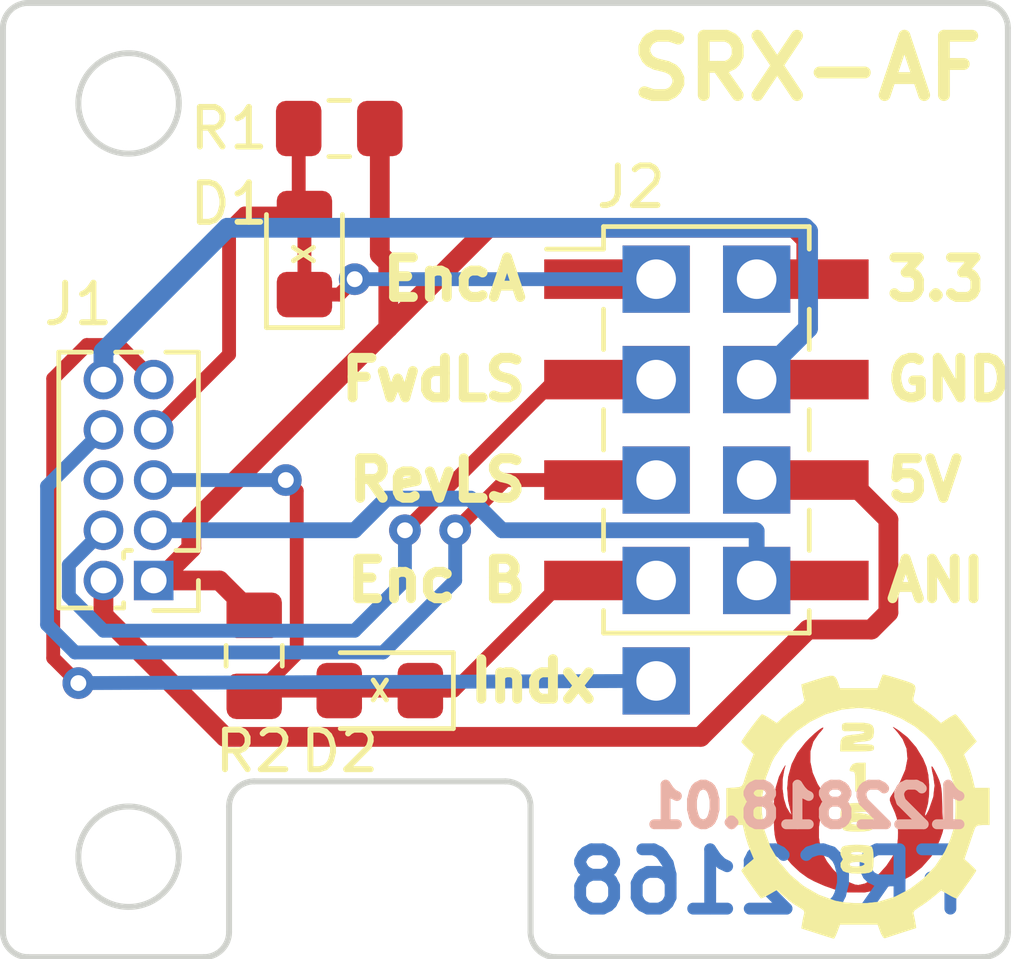
<source format=kicad_pcb>
(kicad_pcb (version 20171130) (host pcbnew "(5.0.2)-1")

  (general
    (thickness 1.6)
    (drawings 33)
    (tracks 92)
    (zones 0)
    (modules 19)
    (nets 11)
  )

  (page A4)
  (layers
    (0 F.Cu signal)
    (31 B.Cu signal)
    (32 B.Adhes user)
    (33 F.Adhes user)
    (34 B.Paste user)
    (35 F.Paste user)
    (36 B.SilkS user)
    (37 F.SilkS user)
    (38 B.Mask user)
    (39 F.Mask user)
    (40 Dwgs.User user)
    (41 Cmts.User user hide)
    (42 Eco1.User user)
    (43 Eco2.User user hide)
    (44 Edge.Cuts user)
    (45 Margin user)
    (46 B.CrtYd user)
    (47 F.CrtYd user)
    (48 B.Fab user)
    (49 F.Fab user hide)
  )

  (setup
    (last_trace_width 0.35)
    (trace_clearance 0.2)
    (zone_clearance 0.508)
    (zone_45_only no)
    (trace_min 0.2)
    (segment_width 0.2)
    (edge_width 0.15)
    (via_size 0.8)
    (via_drill 0.4)
    (via_min_size 0.4)
    (via_min_drill 0.3)
    (uvia_size 0.3)
    (uvia_drill 0.1)
    (uvias_allowed no)
    (uvia_min_size 0.2)
    (uvia_min_drill 0.1)
    (pcb_text_width 0.3)
    (pcb_text_size 1.5 1.5)
    (mod_edge_width 0.15)
    (mod_text_size 1 1)
    (mod_text_width 0.15)
    (pad_size 1.7 1.7)
    (pad_drill 1)
    (pad_to_mask_clearance 0.051)
    (solder_mask_min_width 0.25)
    (aux_axis_origin 0 0)
    (visible_elements 7FFFFFFF)
    (pcbplotparams
      (layerselection 0x010fc_ffffffff)
      (usegerberextensions false)
      (usegerberattributes false)
      (usegerberadvancedattributes false)
      (creategerberjobfile false)
      (excludeedgelayer true)
      (linewidth 0.100000)
      (plotframeref false)
      (viasonmask false)
      (mode 1)
      (useauxorigin false)
      (hpglpennumber 1)
      (hpglpenspeed 20)
      (hpglpendiameter 15.000000)
      (psnegative false)
      (psa4output false)
      (plotreference true)
      (plotvalue true)
      (plotinvisibletext false)
      (padsonsilk false)
      (subtractmaskfromsilk false)
      (outputformat 1)
      (mirror false)
      (drillshape 1)
      (scaleselection 1)
      (outputdirectory ""))
  )

  (net 0 "")
  (net 1 QuadratureA)
  (net 2 QuadratureB)
  (net 3 3.3V)
  (net 4 5V)
  (net 5 AnalogInput)
  (net 6 FwdLim)
  (net 7 "Net-(J1-Pad6)")
  (net 8 RevLim)
  (net 9 QuadIndex)
  (net 10 GND)

  (net_class Default "This is the default net class."
    (clearance 0.2)
    (trace_width 0.35)
    (via_dia 0.8)
    (via_drill 0.4)
    (uvia_dia 0.3)
    (uvia_drill 0.1)
    (add_net FwdLim)
    (add_net "Net-(J1-Pad6)")
    (add_net QuadIndex)
    (add_net QuadratureA)
    (add_net QuadratureB)
    (add_net RevLim)
  )

  (net_class POWER ""
    (clearance 0.2)
    (trace_width 0.5)
    (via_dia 0.8)
    (via_drill 0.4)
    (uvia_dia 0.3)
    (uvia_drill 0.1)
    (add_net 3.3V)
    (add_net 5V)
    (add_net AnalogInput)
    (add_net GND)
  )

  (module footprint_mods:PinSocket_1x01_P2.54mm_Vertical (layer B.Cu) (tedit 5C26F497) (tstamp 5C337AAC)
    (at 168.91 109.22)
    (descr "Through hole straight socket strip, 1x01, 2.54mm pitch, single row (from Kicad 4.0.7), script generated")
    (tags "Through hole socket strip THT 1x01 2.54mm single row")
    (path /5C26DE8B)
    (fp_text reference TP2 (at 0 2.77) (layer B.SilkS) hide
      (effects (font (size 1 1) (thickness 0.15)) (justify mirror))
    )
    (fp_text value TestPoint (at 0 -2.77) (layer B.Fab)
      (effects (font (size 1 1) (thickness 0.15)) (justify mirror))
    )
    (fp_line (start -1.27 1.27) (end 0.635 1.27) (layer B.Fab) (width 0.1))
    (fp_line (start 0.635 1.27) (end 1.27 0.635) (layer B.Fab) (width 0.1))
    (fp_line (start 1.27 0.635) (end 1.27 -1.27) (layer B.Fab) (width 0.1))
    (fp_line (start 1.27 -1.27) (end -1.27 -1.27) (layer B.Fab) (width 0.1))
    (fp_line (start -1.27 -1.27) (end -1.27 1.27) (layer B.Fab) (width 0.1))
    (fp_line (start -1.8 1.8) (end 1.75 1.8) (layer B.CrtYd) (width 0.05))
    (fp_line (start 1.75 1.8) (end 1.75 -1.75) (layer B.CrtYd) (width 0.05))
    (fp_line (start 1.75 -1.75) (end -1.8 -1.75) (layer B.CrtYd) (width 0.05))
    (fp_line (start -1.8 -1.75) (end -1.8 1.8) (layer B.CrtYd) (width 0.05))
    (fp_text user %R (at 0 0) (layer B.Fab)
      (effects (font (size 1 1) (thickness 0.15)) (justify mirror))
    )
    (pad 1 thru_hole rect (at 0 0) (size 1.7 1.7) (drill 1) (layers *.Cu *.Mask)
      (net 1 QuadratureA))
  )

  (module footprint_mods:PinSocket_1x01_P2.54mm_Vertical (layer B.Cu) (tedit 5C26F497) (tstamp 5C337A73)
    (at 168.91 116.84)
    (descr "Through hole straight socket strip, 1x01, 2.54mm pitch, single row (from Kicad 4.0.7), script generated")
    (tags "Through hole socket strip THT 1x01 2.54mm single row")
    (path /5C26D7E8)
    (fp_text reference TP3 (at 0 2.77) (layer B.SilkS) hide
      (effects (font (size 1 1) (thickness 0.15)) (justify mirror))
    )
    (fp_text value TestPoint (at 0 -2.77) (layer B.Fab)
      (effects (font (size 1 1) (thickness 0.15)) (justify mirror))
    )
    (fp_line (start -1.27 1.27) (end 0.635 1.27) (layer B.Fab) (width 0.1))
    (fp_line (start 0.635 1.27) (end 1.27 0.635) (layer B.Fab) (width 0.1))
    (fp_line (start 1.27 0.635) (end 1.27 -1.27) (layer B.Fab) (width 0.1))
    (fp_line (start 1.27 -1.27) (end -1.27 -1.27) (layer B.Fab) (width 0.1))
    (fp_line (start -1.27 -1.27) (end -1.27 1.27) (layer B.Fab) (width 0.1))
    (fp_line (start -1.8 1.8) (end 1.75 1.8) (layer B.CrtYd) (width 0.05))
    (fp_line (start 1.75 1.8) (end 1.75 -1.75) (layer B.CrtYd) (width 0.05))
    (fp_line (start 1.75 -1.75) (end -1.8 -1.75) (layer B.CrtYd) (width 0.05))
    (fp_line (start -1.8 -1.75) (end -1.8 1.8) (layer B.CrtYd) (width 0.05))
    (fp_text user %R (at 0 0) (layer B.Fab)
      (effects (font (size 1 1) (thickness 0.15)) (justify mirror))
    )
    (pad 1 thru_hole rect (at 0 0) (size 1.7 1.7) (drill 1) (layers *.Cu *.Mask)
      (net 2 QuadratureB))
  )

  (module footprint_mods:PinSocket_1x01_P2.54mm_Vertical (layer B.Cu) (tedit 5C26F497) (tstamp 5C337A3A)
    (at 171.45 109.22)
    (descr "Through hole straight socket strip, 1x01, 2.54mm pitch, single row (from Kicad 4.0.7), script generated")
    (tags "Through hole socket strip THT 1x01 2.54mm single row")
    (path /5C26E672)
    (fp_text reference TP4 (at 0 2.77) (layer B.SilkS) hide
      (effects (font (size 1 1) (thickness 0.15)) (justify mirror))
    )
    (fp_text value TestPoint (at 0 -2.77) (layer B.Fab)
      (effects (font (size 1 1) (thickness 0.15)) (justify mirror))
    )
    (fp_line (start -1.27 1.27) (end 0.635 1.27) (layer B.Fab) (width 0.1))
    (fp_line (start 0.635 1.27) (end 1.27 0.635) (layer B.Fab) (width 0.1))
    (fp_line (start 1.27 0.635) (end 1.27 -1.27) (layer B.Fab) (width 0.1))
    (fp_line (start 1.27 -1.27) (end -1.27 -1.27) (layer B.Fab) (width 0.1))
    (fp_line (start -1.27 -1.27) (end -1.27 1.27) (layer B.Fab) (width 0.1))
    (fp_line (start -1.8 1.8) (end 1.75 1.8) (layer B.CrtYd) (width 0.05))
    (fp_line (start 1.75 1.8) (end 1.75 -1.75) (layer B.CrtYd) (width 0.05))
    (fp_line (start 1.75 -1.75) (end -1.8 -1.75) (layer B.CrtYd) (width 0.05))
    (fp_line (start -1.8 -1.75) (end -1.8 1.8) (layer B.CrtYd) (width 0.05))
    (fp_text user %R (at 0 0) (layer B.Fab)
      (effects (font (size 1 1) (thickness 0.15)) (justify mirror))
    )
    (pad 1 thru_hole rect (at 0 0) (size 1.7 1.7) (drill 1) (layers *.Cu *.Mask)
      (net 3 3.3V))
  )

  (module footprint_mods:PinSocket_1x01_P2.54mm_Vertical (layer B.Cu) (tedit 5C26F497) (tstamp 5C337AE5)
    (at 171.45 111.76)
    (descr "Through hole straight socket strip, 1x01, 2.54mm pitch, single row (from Kicad 4.0.7), script generated")
    (tags "Through hole socket strip THT 1x01 2.54mm single row")
    (path /5C26EF20)
    (fp_text reference TP5 (at 0 2.77) (layer B.SilkS) hide
      (effects (font (size 1 1) (thickness 0.15)) (justify mirror))
    )
    (fp_text value TestPoint (at 0 -2.77) (layer B.Fab)
      (effects (font (size 1 1) (thickness 0.15)) (justify mirror))
    )
    (fp_line (start -1.27 1.27) (end 0.635 1.27) (layer B.Fab) (width 0.1))
    (fp_line (start 0.635 1.27) (end 1.27 0.635) (layer B.Fab) (width 0.1))
    (fp_line (start 1.27 0.635) (end 1.27 -1.27) (layer B.Fab) (width 0.1))
    (fp_line (start 1.27 -1.27) (end -1.27 -1.27) (layer B.Fab) (width 0.1))
    (fp_line (start -1.27 -1.27) (end -1.27 1.27) (layer B.Fab) (width 0.1))
    (fp_line (start -1.8 1.8) (end 1.75 1.8) (layer B.CrtYd) (width 0.05))
    (fp_line (start 1.75 1.8) (end 1.75 -1.75) (layer B.CrtYd) (width 0.05))
    (fp_line (start 1.75 -1.75) (end -1.8 -1.75) (layer B.CrtYd) (width 0.05))
    (fp_line (start -1.8 -1.75) (end -1.8 1.8) (layer B.CrtYd) (width 0.05))
    (fp_text user %R (at 0 0) (layer B.Fab)
      (effects (font (size 1 1) (thickness 0.15)) (justify mirror))
    )
    (pad 1 thru_hole rect (at 0 0) (size 1.7 1.7) (drill 1) (layers *.Cu *.Mask)
      (net 10 GND))
  )

  (module footprint_mods:PinSocket_1x01_P2.54mm_Vertical (layer B.Cu) (tedit 5C26F497) (tstamp 5C337BC9)
    (at 168.91 111.76)
    (descr "Through hole straight socket strip, 1x01, 2.54mm pitch, single row (from Kicad 4.0.7), script generated")
    (tags "Through hole socket strip THT 1x01 2.54mm single row")
    (path /5C26EF94)
    (fp_text reference TP6 (at 0 2.77) (layer B.SilkS) hide
      (effects (font (size 1 1) (thickness 0.15)) (justify mirror))
    )
    (fp_text value TestPoint (at 0 -2.77) (layer B.Fab)
      (effects (font (size 1 1) (thickness 0.15)) (justify mirror))
    )
    (fp_line (start -1.27 1.27) (end 0.635 1.27) (layer B.Fab) (width 0.1))
    (fp_line (start 0.635 1.27) (end 1.27 0.635) (layer B.Fab) (width 0.1))
    (fp_line (start 1.27 0.635) (end 1.27 -1.27) (layer B.Fab) (width 0.1))
    (fp_line (start 1.27 -1.27) (end -1.27 -1.27) (layer B.Fab) (width 0.1))
    (fp_line (start -1.27 -1.27) (end -1.27 1.27) (layer B.Fab) (width 0.1))
    (fp_line (start -1.8 1.8) (end 1.75 1.8) (layer B.CrtYd) (width 0.05))
    (fp_line (start 1.75 1.8) (end 1.75 -1.75) (layer B.CrtYd) (width 0.05))
    (fp_line (start 1.75 -1.75) (end -1.8 -1.75) (layer B.CrtYd) (width 0.05))
    (fp_line (start -1.8 -1.75) (end -1.8 1.8) (layer B.CrtYd) (width 0.05))
    (fp_text user %R (at 0 0) (layer B.Fab)
      (effects (font (size 1 1) (thickness 0.15)) (justify mirror))
    )
    (pad 1 thru_hole rect (at 0 0) (size 1.7 1.7) (drill 1) (layers *.Cu *.Mask)
      (net 6 FwdLim))
  )

  (module footprint_mods:PinSocket_1x01_P2.54mm_Vertical (layer B.Cu) (tedit 5C26F497) (tstamp 5C337B90)
    (at 168.91 114.3)
    (descr "Through hole straight socket strip, 1x01, 2.54mm pitch, single row (from Kicad 4.0.7), script generated")
    (tags "Through hole socket strip THT 1x01 2.54mm single row")
    (path /5C26EFBE)
    (fp_text reference TP7 (at 0 2.77) (layer B.SilkS) hide
      (effects (font (size 1 1) (thickness 0.15)) (justify mirror))
    )
    (fp_text value TestPoint (at 0 -2.77) (layer B.Fab)
      (effects (font (size 1 1) (thickness 0.15)) (justify mirror))
    )
    (fp_line (start -1.27 1.27) (end 0.635 1.27) (layer B.Fab) (width 0.1))
    (fp_line (start 0.635 1.27) (end 1.27 0.635) (layer B.Fab) (width 0.1))
    (fp_line (start 1.27 0.635) (end 1.27 -1.27) (layer B.Fab) (width 0.1))
    (fp_line (start 1.27 -1.27) (end -1.27 -1.27) (layer B.Fab) (width 0.1))
    (fp_line (start -1.27 -1.27) (end -1.27 1.27) (layer B.Fab) (width 0.1))
    (fp_line (start -1.8 1.8) (end 1.75 1.8) (layer B.CrtYd) (width 0.05))
    (fp_line (start 1.75 1.8) (end 1.75 -1.75) (layer B.CrtYd) (width 0.05))
    (fp_line (start 1.75 -1.75) (end -1.8 -1.75) (layer B.CrtYd) (width 0.05))
    (fp_line (start -1.8 -1.75) (end -1.8 1.8) (layer B.CrtYd) (width 0.05))
    (fp_text user %R (at 0 0) (layer B.Fab)
      (effects (font (size 1 1) (thickness 0.15)) (justify mirror))
    )
    (pad 1 thru_hole rect (at 0 0) (size 1.7 1.7) (drill 1) (layers *.Cu *.Mask)
      (net 8 RevLim))
  )

  (module footprint_mods:PinSocket_1x01_P2.54mm_Vertical (layer B.Cu) (tedit 5C26F497) (tstamp 5C337B57)
    (at 171.45 114.3)
    (descr "Through hole straight socket strip, 1x01, 2.54mm pitch, single row (from Kicad 4.0.7), script generated")
    (tags "Through hole socket strip THT 1x01 2.54mm single row")
    (path /5C26EFEA)
    (fp_text reference TP8 (at 0 2.77) (layer B.SilkS) hide
      (effects (font (size 1 1) (thickness 0.15)) (justify mirror))
    )
    (fp_text value TestPoint (at 0 -2.77) (layer B.Fab)
      (effects (font (size 1 1) (thickness 0.15)) (justify mirror))
    )
    (fp_line (start -1.27 1.27) (end 0.635 1.27) (layer B.Fab) (width 0.1))
    (fp_line (start 0.635 1.27) (end 1.27 0.635) (layer B.Fab) (width 0.1))
    (fp_line (start 1.27 0.635) (end 1.27 -1.27) (layer B.Fab) (width 0.1))
    (fp_line (start 1.27 -1.27) (end -1.27 -1.27) (layer B.Fab) (width 0.1))
    (fp_line (start -1.27 -1.27) (end -1.27 1.27) (layer B.Fab) (width 0.1))
    (fp_line (start -1.8 1.8) (end 1.75 1.8) (layer B.CrtYd) (width 0.05))
    (fp_line (start 1.75 1.8) (end 1.75 -1.75) (layer B.CrtYd) (width 0.05))
    (fp_line (start 1.75 -1.75) (end -1.8 -1.75) (layer B.CrtYd) (width 0.05))
    (fp_line (start -1.8 -1.75) (end -1.8 1.8) (layer B.CrtYd) (width 0.05))
    (fp_text user %R (at 0 0) (layer B.Fab)
      (effects (font (size 1 1) (thickness 0.15)) (justify mirror))
    )
    (pad 1 thru_hole rect (at 0 0) (size 1.7 1.7) (drill 1) (layers *.Cu *.Mask)
      (net 4 5V))
  )

  (module footprint_mods:PinSocket_1x01_P2.54mm_Vertical (layer B.Cu) (tedit 5C26F497) (tstamp 5C337B1E)
    (at 171.45 116.84)
    (descr "Through hole straight socket strip, 1x01, 2.54mm pitch, single row (from Kicad 4.0.7), script generated")
    (tags "Through hole socket strip THT 1x01 2.54mm single row")
    (path /5C26F01C)
    (fp_text reference TP9 (at 0 2.77) (layer B.SilkS) hide
      (effects (font (size 1 1) (thickness 0.15)) (justify mirror))
    )
    (fp_text value TestPoint (at 0 -2.77) (layer B.Fab)
      (effects (font (size 1 1) (thickness 0.15)) (justify mirror))
    )
    (fp_line (start -1.27 1.27) (end 0.635 1.27) (layer B.Fab) (width 0.1))
    (fp_line (start 0.635 1.27) (end 1.27 0.635) (layer B.Fab) (width 0.1))
    (fp_line (start 1.27 0.635) (end 1.27 -1.27) (layer B.Fab) (width 0.1))
    (fp_line (start 1.27 -1.27) (end -1.27 -1.27) (layer B.Fab) (width 0.1))
    (fp_line (start -1.27 -1.27) (end -1.27 1.27) (layer B.Fab) (width 0.1))
    (fp_line (start -1.8 1.8) (end 1.75 1.8) (layer B.CrtYd) (width 0.05))
    (fp_line (start 1.75 1.8) (end 1.75 -1.75) (layer B.CrtYd) (width 0.05))
    (fp_line (start 1.75 -1.75) (end -1.8 -1.75) (layer B.CrtYd) (width 0.05))
    (fp_line (start -1.8 -1.75) (end -1.8 1.8) (layer B.CrtYd) (width 0.05))
    (fp_text user %R (at 0 0) (layer B.Fab)
      (effects (font (size 1 1) (thickness 0.15)) (justify mirror))
    )
    (pad 1 thru_hole rect (at 0 0) (size 1.7 1.7) (drill 1) (layers *.Cu *.Mask)
      (net 5 AnalogInput))
  )

  (module footprint_mods:PinSocket_1x01_P2.54mm_Vertical (layer F.Cu) (tedit 5C26F497) (tstamp 5C338395)
    (at 168.91 119.38)
    (descr "Through hole straight socket strip, 1x01, 2.54mm pitch, single row (from Kicad 4.0.7), script generated")
    (tags "Through hole socket strip THT 1x01 2.54mm single row")
    (path /5C26A68E)
    (fp_text reference TP1 (at 0 -2.77) (layer F.SilkS) hide
      (effects (font (size 1 1) (thickness 0.15)))
    )
    (fp_text value TestPoint (at 0 2.77) (layer F.Fab)
      (effects (font (size 1 1) (thickness 0.15)))
    )
    (fp_line (start -1.27 -1.27) (end 0.635 -1.27) (layer F.Fab) (width 0.1))
    (fp_line (start 0.635 -1.27) (end 1.27 -0.635) (layer F.Fab) (width 0.1))
    (fp_line (start 1.27 -0.635) (end 1.27 1.27) (layer F.Fab) (width 0.1))
    (fp_line (start 1.27 1.27) (end -1.27 1.27) (layer F.Fab) (width 0.1))
    (fp_line (start -1.27 1.27) (end -1.27 -1.27) (layer F.Fab) (width 0.1))
    (fp_line (start -1.8 -1.8) (end 1.75 -1.8) (layer F.CrtYd) (width 0.05))
    (fp_line (start 1.75 -1.8) (end 1.75 1.75) (layer F.CrtYd) (width 0.05))
    (fp_line (start 1.75 1.75) (end -1.8 1.75) (layer F.CrtYd) (width 0.05))
    (fp_line (start -1.8 1.75) (end -1.8 -1.8) (layer F.CrtYd) (width 0.05))
    (fp_text user %R (at 0 0) (layer F.Fab)
      (effects (font (size 1 1) (thickness 0.15)))
    )
    (pad 1 thru_hole rect (at 0 0) (size 1.7 1.7) (drill 1) (layers *.Cu *.Mask)
      (net 9 QuadIndex))
  )

  (module Diode_SMD:D_0805_2012Metric_Pad1.15x1.40mm_HandSolder (layer F.Cu) (tedit 5C26CCB8) (tstamp 5C338C0B)
    (at 160.02 108.585 90)
    (descr "Diode SMD 0805 (2012 Metric), square (rectangular) end terminal, IPC_7351 nominal, (Body size source: https://docs.google.com/spreadsheets/d/1BsfQQcO9C6DZCsRaXUlFlo91Tg2WpOkGARC1WS5S8t0/edit?usp=sharing), generated with kicad-footprint-generator")
    (tags "diode handsolder")
    (path /5C26BD48)
    (attr smd)
    (fp_text reference D1 (at 1.27 -1.905 180) (layer F.SilkS)
      (effects (font (size 1 1) (thickness 0.15)))
    )
    (fp_text value D_Schottky (at 0 1.65 90) (layer F.Fab)
      (effects (font (size 1 1) (thickness 0.15)))
    )
    (fp_text user %R (at 0 0 90) (layer F.Fab)
      (effects (font (size 0.5 0.5) (thickness 0.08)))
    )
    (fp_line (start 1.85 0.95) (end -1.85 0.95) (layer F.CrtYd) (width 0.05))
    (fp_line (start 1.85 -0.95) (end 1.85 0.95) (layer F.CrtYd) (width 0.05))
    (fp_line (start -1.85 -0.95) (end 1.85 -0.95) (layer F.CrtYd) (width 0.05))
    (fp_line (start -1.85 0.95) (end -1.85 -0.95) (layer F.CrtYd) (width 0.05))
    (fp_line (start -1.86 0.96) (end 1 0.96) (layer F.SilkS) (width 0.12))
    (fp_line (start -1.86 -0.96) (end -1.86 0.96) (layer F.SilkS) (width 0.12))
    (fp_line (start 1 -0.96) (end -1.86 -0.96) (layer F.SilkS) (width 0.12))
    (fp_line (start 1 0.6) (end 1 -0.6) (layer F.Fab) (width 0.1))
    (fp_line (start -1 0.6) (end 1 0.6) (layer F.Fab) (width 0.1))
    (fp_line (start -1 -0.3) (end -1 0.6) (layer F.Fab) (width 0.1))
    (fp_line (start -0.7 -0.6) (end -1 -0.3) (layer F.Fab) (width 0.1))
    (fp_line (start 1 -0.6) (end -0.7 -0.6) (layer F.Fab) (width 0.1))
    (pad 2 smd roundrect (at 1.025 0 90) (size 1.15 1.4) (layers F.Cu F.Paste F.Mask) (roundrect_rratio 0.217391)
      (net 1 QuadratureA))
    (pad 1 smd roundrect (at -1.025 0 90) (size 1.15 1.4) (layers F.Cu F.Paste F.Mask) (roundrect_rratio 0.217391)
      (net 1 QuadratureA))
    (model ${KISYS3DMOD}/Diode_SMD.3dshapes/D_0805_2012Metric.wrl
      (at (xyz 0 0 0))
      (scale (xyz 1 1 1))
      (rotate (xyz 0 0 0))
    )
  )

  (module Diode_SMD:D_0805_2012Metric_Pad1.15x1.40mm_HandSolder (layer F.Cu) (tedit 5B4B45C8) (tstamp 5C335A70)
    (at 161.925 119.625 180)
    (descr "Diode SMD 0805 (2012 Metric), square (rectangular) end terminal, IPC_7351 nominal, (Body size source: https://docs.google.com/spreadsheets/d/1BsfQQcO9C6DZCsRaXUlFlo91Tg2WpOkGARC1WS5S8t0/edit?usp=sharing), generated with kicad-footprint-generator")
    (tags "diode handsolder")
    (path /5C26BCC8)
    (attr smd)
    (fp_text reference D2 (at 1.016 -1.533) (layer F.SilkS)
      (effects (font (size 1 1) (thickness 0.15)))
    )
    (fp_text value D_Schottky (at 0 1.65 180) (layer F.Fab)
      (effects (font (size 1 1) (thickness 0.15)))
    )
    (fp_line (start 1 -0.6) (end -0.7 -0.6) (layer F.Fab) (width 0.1))
    (fp_line (start -0.7 -0.6) (end -1 -0.3) (layer F.Fab) (width 0.1))
    (fp_line (start -1 -0.3) (end -1 0.6) (layer F.Fab) (width 0.1))
    (fp_line (start -1 0.6) (end 1 0.6) (layer F.Fab) (width 0.1))
    (fp_line (start 1 0.6) (end 1 -0.6) (layer F.Fab) (width 0.1))
    (fp_line (start 1 -0.96) (end -1.86 -0.96) (layer F.SilkS) (width 0.12))
    (fp_line (start -1.86 -0.96) (end -1.86 0.96) (layer F.SilkS) (width 0.12))
    (fp_line (start -1.86 0.96) (end 1 0.96) (layer F.SilkS) (width 0.12))
    (fp_line (start -1.85 0.95) (end -1.85 -0.95) (layer F.CrtYd) (width 0.05))
    (fp_line (start -1.85 -0.95) (end 1.85 -0.95) (layer F.CrtYd) (width 0.05))
    (fp_line (start 1.85 -0.95) (end 1.85 0.95) (layer F.CrtYd) (width 0.05))
    (fp_line (start 1.85 0.95) (end -1.85 0.95) (layer F.CrtYd) (width 0.05))
    (fp_text user %R (at 0 0 180) (layer F.Fab)
      (effects (font (size 0.5 0.5) (thickness 0.08)))
    )
    (pad 1 smd roundrect (at -1.025 0 180) (size 1.15 1.4) (layers F.Cu F.Paste F.Mask) (roundrect_rratio 0.217391)
      (net 2 QuadratureB))
    (pad 2 smd roundrect (at 1.025 0 180) (size 1.15 1.4) (layers F.Cu F.Paste F.Mask) (roundrect_rratio 0.217391)
      (net 2 QuadratureB))
    (model ${KISYS3DMOD}/Diode_SMD.3dshapes/D_0805_2012Metric.wrl
      (at (xyz 0 0 0))
      (scale (xyz 1 1 1))
      (rotate (xyz 0 0 0))
    )
  )

  (module Connector_PinHeader_1.27mm:PinHeader_2x05_P1.27mm_Vertical (layer F.Cu) (tedit 5C26C89B) (tstamp 5C33A723)
    (at 156.21 116.84 180)
    (descr "Through hole straight pin header, 2x05, 1.27mm pitch, double rows")
    (tags "Through hole pin header THT 2x05 1.27mm double row")
    (path /5C26921B)
    (fp_text reference J1 (at 1.905 6.985 180) (layer F.SilkS)
      (effects (font (size 1 1) (thickness 0.15)))
    )
    (fp_text value Conn_02x05_Odd_Even (at 0.635 6.775 180) (layer F.Fab)
      (effects (font (size 1 1) (thickness 0.15)))
    )
    (fp_line (start -0.2175 -0.635) (end 2.34 -0.635) (layer F.Fab) (width 0.1))
    (fp_line (start 2.34 -0.635) (end 2.34 5.715) (layer F.Fab) (width 0.1))
    (fp_line (start 2.34 5.715) (end -1.07 5.715) (layer F.Fab) (width 0.1))
    (fp_line (start -1.07 5.715) (end -1.07 0.2175) (layer F.Fab) (width 0.1))
    (fp_line (start -1.07 0.2175) (end -0.2175 -0.635) (layer F.Fab) (width 0.1))
    (fp_line (start -1.13 5.775) (end -0.30753 5.775) (layer F.SilkS) (width 0.12))
    (fp_line (start 1.57753 5.775) (end 2.4 5.775) (layer F.SilkS) (width 0.12))
    (fp_line (start 0.30753 5.775) (end 0.96247 5.775) (layer F.SilkS) (width 0.12))
    (fp_line (start -1.13 0.76) (end -1.13 5.775) (layer F.SilkS) (width 0.12))
    (fp_line (start 2.4 -0.695) (end 2.4 5.775) (layer F.SilkS) (width 0.12))
    (fp_line (start -1.13 0.76) (end -0.563471 0.76) (layer F.SilkS) (width 0.12))
    (fp_line (start 0.563471 0.76) (end 0.706529 0.76) (layer F.SilkS) (width 0.12))
    (fp_line (start 0.76 0.706529) (end 0.76 0.563471) (layer F.SilkS) (width 0.12))
    (fp_line (start 0.76 -0.563471) (end 0.76 -0.695) (layer F.SilkS) (width 0.12))
    (fp_line (start 0.76 -0.695) (end 0.96247 -0.695) (layer F.SilkS) (width 0.12))
    (fp_line (start 1.57753 -0.695) (end 2.4 -0.695) (layer F.SilkS) (width 0.12))
    (fp_line (start -1.13 0) (end -1.13 -0.76) (layer F.SilkS) (width 0.12))
    (fp_line (start -1.13 -0.76) (end 0 -0.76) (layer F.SilkS) (width 0.12))
    (fp_line (start -1.6 -1.15) (end -1.6 6.25) (layer F.CrtYd) (width 0.05))
    (fp_line (start -1.6 6.25) (end 2.85 6.25) (layer F.CrtYd) (width 0.05))
    (fp_line (start 2.85 6.25) (end 2.85 -1.15) (layer F.CrtYd) (width 0.05))
    (fp_line (start 2.85 -1.15) (end -1.6 -1.15) (layer F.CrtYd) (width 0.05))
    (fp_text user %R (at 0.635 2.54 270) (layer F.Fab)
      (effects (font (size 1 1) (thickness 0.15)))
    )
    (pad 1 thru_hole rect (at 0 0 180) (size 1 1) (drill 0.65) (layers *.Cu *.Mask)
      (net 3 3.3V))
    (pad 2 thru_hole oval (at 1.27 0 180) (size 1 1) (drill 0.65) (layers *.Cu *.Mask)
      (net 4 5V))
    (pad 3 thru_hole oval (at 0 1.27 180) (size 1 1) (drill 0.65) (layers *.Cu *.Mask)
      (net 5 AnalogInput))
    (pad 4 thru_hole oval (at 1.27 1.27 180) (size 1 1) (drill 0.65) (layers *.Cu *.Mask)
      (net 6 FwdLim))
    (pad 5 thru_hole oval (at 0 2.54 180) (size 1 1) (drill 0.65) (layers *.Cu *.Mask)
      (net 2 QuadratureB))
    (pad 6 thru_hole oval (at 1.27 2.54 180) (size 1 1) (drill 0.65) (layers *.Cu *.Mask)
      (net 7 "Net-(J1-Pad6)"))
    (pad 7 thru_hole oval (at 0 3.81 180) (size 1 1) (drill 0.65) (layers *.Cu *.Mask)
      (net 1 QuadratureA))
    (pad 8 thru_hole oval (at 1.27 3.81 180) (size 1 1) (drill 0.65) (layers *.Cu *.Mask)
      (net 8 RevLim))
    (pad 9 thru_hole oval (at 0 5.08 180) (size 1 1) (drill 0.65) (layers *.Cu *.Mask)
      (net 9 QuadIndex))
    (pad 10 thru_hole oval (at 1.27 5.08 180) (size 1 1) (drill 0.65) (layers *.Cu *.Mask)
      (net 10 GND))
    (model ${KISYS3DMOD}/Connector_PinHeader_1.27mm.3dshapes/PinHeader_2x05_P1.27mm_Vertical.wrl
      (at (xyz 0 0 0))
      (scale (xyz 1 1 1))
      (rotate (xyz 0 0 0))
    )
  )

  (module Connector_PinHeader_2.54mm:PinHeader_2x04_P2.54mm_Vertical_SMD (layer F.Cu) (tedit 59FED5CC) (tstamp 5C3379B3)
    (at 170.18 113.03)
    (descr "surface-mounted straight pin header, 2x04, 2.54mm pitch, double rows")
    (tags "Surface mounted pin header SMD 2x04 2.54mm double row")
    (path /5C269925)
    (attr smd)
    (fp_text reference J2 (at -1.905 -6.14) (layer F.SilkS)
      (effects (font (size 1 1) (thickness 0.15)))
    )
    (fp_text value Conn_02x04_Odd_Even (at 0 6.14) (layer F.Fab)
      (effects (font (size 1 1) (thickness 0.15)))
    )
    (fp_line (start 2.54 5.08) (end -2.54 5.08) (layer F.Fab) (width 0.1))
    (fp_line (start -1.59 -5.08) (end 2.54 -5.08) (layer F.Fab) (width 0.1))
    (fp_line (start -2.54 5.08) (end -2.54 -4.13) (layer F.Fab) (width 0.1))
    (fp_line (start -2.54 -4.13) (end -1.59 -5.08) (layer F.Fab) (width 0.1))
    (fp_line (start 2.54 -5.08) (end 2.54 5.08) (layer F.Fab) (width 0.1))
    (fp_line (start -2.54 -4.13) (end -3.6 -4.13) (layer F.Fab) (width 0.1))
    (fp_line (start -3.6 -4.13) (end -3.6 -3.49) (layer F.Fab) (width 0.1))
    (fp_line (start -3.6 -3.49) (end -2.54 -3.49) (layer F.Fab) (width 0.1))
    (fp_line (start 2.54 -4.13) (end 3.6 -4.13) (layer F.Fab) (width 0.1))
    (fp_line (start 3.6 -4.13) (end 3.6 -3.49) (layer F.Fab) (width 0.1))
    (fp_line (start 3.6 -3.49) (end 2.54 -3.49) (layer F.Fab) (width 0.1))
    (fp_line (start -2.54 -1.59) (end -3.6 -1.59) (layer F.Fab) (width 0.1))
    (fp_line (start -3.6 -1.59) (end -3.6 -0.95) (layer F.Fab) (width 0.1))
    (fp_line (start -3.6 -0.95) (end -2.54 -0.95) (layer F.Fab) (width 0.1))
    (fp_line (start 2.54 -1.59) (end 3.6 -1.59) (layer F.Fab) (width 0.1))
    (fp_line (start 3.6 -1.59) (end 3.6 -0.95) (layer F.Fab) (width 0.1))
    (fp_line (start 3.6 -0.95) (end 2.54 -0.95) (layer F.Fab) (width 0.1))
    (fp_line (start -2.54 0.95) (end -3.6 0.95) (layer F.Fab) (width 0.1))
    (fp_line (start -3.6 0.95) (end -3.6 1.59) (layer F.Fab) (width 0.1))
    (fp_line (start -3.6 1.59) (end -2.54 1.59) (layer F.Fab) (width 0.1))
    (fp_line (start 2.54 0.95) (end 3.6 0.95) (layer F.Fab) (width 0.1))
    (fp_line (start 3.6 0.95) (end 3.6 1.59) (layer F.Fab) (width 0.1))
    (fp_line (start 3.6 1.59) (end 2.54 1.59) (layer F.Fab) (width 0.1))
    (fp_line (start -2.54 3.49) (end -3.6 3.49) (layer F.Fab) (width 0.1))
    (fp_line (start -3.6 3.49) (end -3.6 4.13) (layer F.Fab) (width 0.1))
    (fp_line (start -3.6 4.13) (end -2.54 4.13) (layer F.Fab) (width 0.1))
    (fp_line (start 2.54 3.49) (end 3.6 3.49) (layer F.Fab) (width 0.1))
    (fp_line (start 3.6 3.49) (end 3.6 4.13) (layer F.Fab) (width 0.1))
    (fp_line (start 3.6 4.13) (end 2.54 4.13) (layer F.Fab) (width 0.1))
    (fp_line (start -2.6 -5.14) (end 2.6 -5.14) (layer F.SilkS) (width 0.12))
    (fp_line (start -2.6 5.14) (end 2.6 5.14) (layer F.SilkS) (width 0.12))
    (fp_line (start -4.04 -4.57) (end -2.6 -4.57) (layer F.SilkS) (width 0.12))
    (fp_line (start -2.6 -5.14) (end -2.6 -4.57) (layer F.SilkS) (width 0.12))
    (fp_line (start 2.6 -5.14) (end 2.6 -4.57) (layer F.SilkS) (width 0.12))
    (fp_line (start -2.6 4.57) (end -2.6 5.14) (layer F.SilkS) (width 0.12))
    (fp_line (start 2.6 4.57) (end 2.6 5.14) (layer F.SilkS) (width 0.12))
    (fp_line (start -2.6 -3.05) (end -2.6 -2.03) (layer F.SilkS) (width 0.12))
    (fp_line (start 2.6 -3.05) (end 2.6 -2.03) (layer F.SilkS) (width 0.12))
    (fp_line (start -2.6 -0.51) (end -2.6 0.51) (layer F.SilkS) (width 0.12))
    (fp_line (start 2.6 -0.51) (end 2.6 0.51) (layer F.SilkS) (width 0.12))
    (fp_line (start -2.6 2.03) (end -2.6 3.05) (layer F.SilkS) (width 0.12))
    (fp_line (start 2.6 2.03) (end 2.6 3.05) (layer F.SilkS) (width 0.12))
    (fp_line (start -5.9 -5.6) (end -5.9 5.6) (layer F.CrtYd) (width 0.05))
    (fp_line (start -5.9 5.6) (end 5.9 5.6) (layer F.CrtYd) (width 0.05))
    (fp_line (start 5.9 5.6) (end 5.9 -5.6) (layer F.CrtYd) (width 0.05))
    (fp_line (start 5.9 -5.6) (end -5.9 -5.6) (layer F.CrtYd) (width 0.05))
    (fp_text user %R (at 0 0 90) (layer F.Fab)
      (effects (font (size 1 1) (thickness 0.15)))
    )
    (pad 1 smd rect (at -2.525 -3.81) (size 3.15 1) (layers F.Cu F.Paste F.Mask)
      (net 1 QuadratureA))
    (pad 2 smd rect (at 2.525 -3.81) (size 3.15 1) (layers F.Cu F.Paste F.Mask)
      (net 3 3.3V))
    (pad 3 smd rect (at -2.525 -1.27) (size 3.15 1) (layers F.Cu F.Paste F.Mask)
      (net 6 FwdLim))
    (pad 4 smd rect (at 2.525 -1.27) (size 3.15 1) (layers F.Cu F.Paste F.Mask)
      (net 10 GND))
    (pad 5 smd rect (at -2.525 1.27) (size 3.15 1) (layers F.Cu F.Paste F.Mask)
      (net 8 RevLim))
    (pad 6 smd rect (at 2.525 1.27) (size 3.15 1) (layers F.Cu F.Paste F.Mask)
      (net 4 5V))
    (pad 7 smd rect (at -2.525 3.81) (size 3.15 1) (layers F.Cu F.Paste F.Mask)
      (net 2 QuadratureB))
    (pad 8 smd rect (at 2.525 3.81) (size 3.15 1) (layers F.Cu F.Paste F.Mask)
      (net 5 AnalogInput))
    (model ${KISYS3DMOD}/Connector_PinHeader_2.54mm.3dshapes/PinHeader_2x04_P2.54mm_Vertical_SMD.wrl
      (at (xyz 0 0 0))
      (scale (xyz 1 1 1))
      (rotate (xyz 0 0 0))
    )
  )

  (module Resistor_SMD:R_0805_2012Metric_Pad1.15x1.40mm_HandSolder (layer F.Cu) (tedit 5B36C52B) (tstamp 5C338B90)
    (at 160.9 105.41 180)
    (descr "Resistor SMD 0805 (2012 Metric), square (rectangular) end terminal, IPC_7351 nominal with elongated pad for handsoldering. (Body size source: https://docs.google.com/spreadsheets/d/1BsfQQcO9C6DZCsRaXUlFlo91Tg2WpOkGARC1WS5S8t0/edit?usp=sharing), generated with kicad-footprint-generator")
    (tags "resistor handsolder")
    (path /5C26C4AD)
    (attr smd)
    (fp_text reference R1 (at 2.785 0 180) (layer F.SilkS)
      (effects (font (size 1 1) (thickness 0.15)))
    )
    (fp_text value 10K (at 0 1.65 180) (layer F.Fab)
      (effects (font (size 1 1) (thickness 0.15)))
    )
    (fp_line (start -1 0.6) (end -1 -0.6) (layer F.Fab) (width 0.1))
    (fp_line (start -1 -0.6) (end 1 -0.6) (layer F.Fab) (width 0.1))
    (fp_line (start 1 -0.6) (end 1 0.6) (layer F.Fab) (width 0.1))
    (fp_line (start 1 0.6) (end -1 0.6) (layer F.Fab) (width 0.1))
    (fp_line (start -0.261252 -0.71) (end 0.261252 -0.71) (layer F.SilkS) (width 0.12))
    (fp_line (start -0.261252 0.71) (end 0.261252 0.71) (layer F.SilkS) (width 0.12))
    (fp_line (start -1.85 0.95) (end -1.85 -0.95) (layer F.CrtYd) (width 0.05))
    (fp_line (start -1.85 -0.95) (end 1.85 -0.95) (layer F.CrtYd) (width 0.05))
    (fp_line (start 1.85 -0.95) (end 1.85 0.95) (layer F.CrtYd) (width 0.05))
    (fp_line (start 1.85 0.95) (end -1.85 0.95) (layer F.CrtYd) (width 0.05))
    (fp_text user %R (at 0 0 180) (layer F.Fab)
      (effects (font (size 0.5 0.5) (thickness 0.08)))
    )
    (pad 1 smd roundrect (at -1.025 0 180) (size 1.15 1.4) (layers F.Cu F.Paste F.Mask) (roundrect_rratio 0.217391)
      (net 3 3.3V))
    (pad 2 smd roundrect (at 1.025 0 180) (size 1.15 1.4) (layers F.Cu F.Paste F.Mask) (roundrect_rratio 0.217391)
      (net 1 QuadratureA))
    (model ${KISYS3DMOD}/Resistor_SMD.3dshapes/R_0805_2012Metric.wrl
      (at (xyz 0 0 0))
      (scale (xyz 1 1 1))
      (rotate (xyz 0 0 0))
    )
  )

  (module Resistor_SMD:R_0805_2012Metric_Pad1.15x1.40mm_HandSolder (layer F.Cu) (tedit 5B36C52B) (tstamp 5CC7B987)
    (at 158.75 118.745 90)
    (descr "Resistor SMD 0805 (2012 Metric), square (rectangular) end terminal, IPC_7351 nominal with elongated pad for handsoldering. (Body size source: https://docs.google.com/spreadsheets/d/1BsfQQcO9C6DZCsRaXUlFlo91Tg2WpOkGARC1WS5S8t0/edit?usp=sharing), generated with kicad-footprint-generator")
    (tags "resistor handsolder")
    (path /5C26C507)
    (attr smd)
    (fp_text reference R2 (at -2.413 0 180) (layer F.SilkS)
      (effects (font (size 1 1) (thickness 0.15)))
    )
    (fp_text value 10K (at 0 1.65 90) (layer F.Fab)
      (effects (font (size 1 1) (thickness 0.15)))
    )
    (fp_text user %R (at 0 0 90) (layer F.Fab)
      (effects (font (size 0.5 0.5) (thickness 0.08)))
    )
    (fp_line (start 1.85 0.95) (end -1.85 0.95) (layer F.CrtYd) (width 0.05))
    (fp_line (start 1.85 -0.95) (end 1.85 0.95) (layer F.CrtYd) (width 0.05))
    (fp_line (start -1.85 -0.95) (end 1.85 -0.95) (layer F.CrtYd) (width 0.05))
    (fp_line (start -1.85 0.95) (end -1.85 -0.95) (layer F.CrtYd) (width 0.05))
    (fp_line (start -0.261252 0.71) (end 0.261252 0.71) (layer F.SilkS) (width 0.12))
    (fp_line (start -0.261252 -0.71) (end 0.261252 -0.71) (layer F.SilkS) (width 0.12))
    (fp_line (start 1 0.6) (end -1 0.6) (layer F.Fab) (width 0.1))
    (fp_line (start 1 -0.6) (end 1 0.6) (layer F.Fab) (width 0.1))
    (fp_line (start -1 -0.6) (end 1 -0.6) (layer F.Fab) (width 0.1))
    (fp_line (start -1 0.6) (end -1 -0.6) (layer F.Fab) (width 0.1))
    (pad 2 smd roundrect (at 1.025 0 90) (size 1.15 1.4) (layers F.Cu F.Paste F.Mask) (roundrect_rratio 0.217391)
      (net 3 3.3V))
    (pad 1 smd roundrect (at -1.025 0 90) (size 1.15 1.4) (layers F.Cu F.Paste F.Mask) (roundrect_rratio 0.217391)
      (net 2 QuadratureB))
    (model ${KISYS3DMOD}/Resistor_SMD.3dshapes/R_0805_2012Metric.wrl
      (at (xyz 0 0 0))
      (scale (xyz 1 1 1))
      (rotate (xyz 0 0 0))
    )
  )

  (module small_gear_footprints:gear_small_gear (layer F.Cu) (tedit 0) (tstamp 5CAF362F)
    (at 173.99 122.555)
    (fp_text reference G*** (at 0 0) (layer F.SilkS) hide
      (effects (font (size 1.524 1.524) (thickness 0.3)))
    )
    (fp_text value LOGO (at 7.62 0) (layer F.SilkS) hide
      (effects (font (size 1.524 1.524) (thickness 0.3)))
    )
    (fp_poly (pts (xy 0.695127 -3.326481) (xy 0.801935 -3.298989) (xy 0.95383 -3.254495) (xy 1.078633 -3.215461)
      (xy 1.26697 -3.15542) (xy 1.387544 -3.109595) (xy 1.451774 -3.062227) (xy 1.471079 -2.997557)
      (xy 1.456881 -2.899827) (xy 1.420597 -2.753278) (xy 1.418809 -2.746022) (xy 1.415521 -2.680634)
      (xy 1.452582 -2.622408) (xy 1.544883 -2.552361) (xy 1.59668 -2.519231) (xy 1.748482 -2.415682)
      (xy 1.900524 -2.298753) (xy 1.958363 -2.249318) (xy 2.11756 -2.106007) (xy 2.285539 -2.21717)
      (xy 2.390997 -2.282497) (xy 2.467387 -2.321729) (xy 2.486176 -2.326938) (xy 2.52349 -2.2943)
      (xy 2.597746 -2.207497) (xy 2.696734 -2.081306) (xy 2.768232 -1.985599) (xy 3.01763 -1.645655)
      (xy 2.857236 -1.481396) (xy 2.696841 -1.317137) (xy 2.782589 -1.113652) (xy 2.845823 -0.942724)
      (xy 2.903432 -0.753534) (xy 2.920057 -0.687917) (xy 2.971778 -0.465667) (xy 3.344333 -0.465667)
      (xy 3.344333 0.465667) (xy 3.174092 0.465667) (xy 3.05628 0.475364) (xy 2.993975 0.513076)
      (xy 2.969273 0.560917) (xy 2.939863 0.644803) (xy 2.892514 0.782859) (xy 2.836167 0.948967)
      (xy 2.820707 0.994833) (xy 2.706719 1.3335) (xy 2.856193 1.464986) (xy 2.944497 1.548045)
      (xy 2.998153 1.608891) (xy 3.005667 1.624145) (xy 2.982694 1.664727) (xy 2.922037 1.75597)
      (xy 2.836091 1.880265) (xy 2.73725 2.020003) (xy 2.637906 2.157576) (xy 2.550454 2.275375)
      (xy 2.513854 2.322893) (xy 2.47387 2.31241) (xy 2.384746 2.26851) (xy 2.313039 2.228179)
      (xy 2.124587 2.117739) (xy 1.919543 2.288636) (xy 1.778938 2.398691) (xy 1.635023 2.500281)
      (xy 1.554485 2.550605) (xy 1.449862 2.625896) (xy 1.414761 2.68975) (xy 1.416993 2.700374)
      (xy 1.438495 2.77987) (xy 1.461571 2.897479) (xy 1.464408 2.914732) (xy 1.4893 3.070396)
      (xy 1.115066 3.191935) (xy 0.946178 3.247013) (xy 0.80655 3.292973) (xy 0.71674 3.323027)
      (xy 0.69704 3.329932) (xy 0.658091 3.304154) (xy 0.609565 3.22001) (xy 0.587272 3.165445)
      (xy 0.521298 2.9845) (xy -0.436632 2.9845) (xy -0.502231 3.164417) (xy -0.54592 3.270832)
      (xy -0.580946 3.332972) (xy -0.590832 3.339906) (xy -0.638517 3.325878) (xy -0.748232 3.291707)
      (xy -0.901419 3.243209) (xy -1.01012 3.208486) (xy -1.406407 3.081492) (xy -1.380629 2.92028)
      (xy -1.357351 2.797432) (xy -1.333525 2.704296) (xy -1.33008 2.694519) (xy -1.343691 2.633205)
      (xy -1.434039 2.564964) (xy -1.467572 2.546996) (xy -1.590624 2.471634) (xy -1.736095 2.365205)
      (xy -1.831207 2.286491) (xy -2.03258 2.108961) (xy -2.226113 2.222379) (xy -2.335977 2.283144)
      (xy -2.411381 2.318032) (xy -2.431368 2.321482) (xy -2.500262 2.232557) (xy -2.590392 2.10989)
      (xy -2.689138 1.971522) (xy -2.783881 1.835491) (xy -2.862003 1.719838) (xy -2.910885 1.642602)
      (xy -2.921002 1.621503) (xy -2.89122 1.576584) (xy -2.815533 1.500799) (xy -2.764839 1.456387)
      (xy -2.608673 1.325275) (xy -2.696172 1.117721) (xy -2.760649 0.943791) (xy -2.818961 0.752729)
      (xy -2.835391 0.687917) (xy -2.887112 0.465667) (xy -3.302 0.465667) (xy -3.302 0.120904)
      (xy -2.414382 0.120904) (xy -2.363773 0.532473) (xy -2.345894 0.607723) (xy -2.197085 1.01957)
      (xy -1.976417 1.397093) (xy -1.69276 1.731497) (xy -1.354981 2.013986) (xy -0.971949 2.235764)
      (xy -0.552531 2.388034) (xy -0.550333 2.388612) (xy -0.314399 2.430394) (xy -0.033639 2.449601)
      (xy 0.254986 2.445547) (xy 0.514512 2.417547) (xy 0.558833 2.409186) (xy 0.955861 2.28599)
      (xy 1.332976 2.089124) (xy 1.67627 1.829371) (xy 1.971837 1.517513) (xy 2.205769 1.164334)
      (xy 2.233552 1.110721) (xy 2.361227 0.826006) (xy 2.442765 0.562146) (xy 2.484336 0.288706)
      (xy 2.492113 -0.024747) (xy 2.488195 -0.144942) (xy 2.438216 -0.57656) (xy 2.324095 -0.962895)
      (xy 2.139758 -1.317565) (xy 1.879132 -1.654188) (xy 1.759083 -1.779952) (xy 1.45899 -2.027047)
      (xy 1.106028 -2.231452) (xy 0.722751 -2.383795) (xy 0.33171 -2.474705) (xy 0.033535 -2.496932)
      (xy -0.38439 -2.454312) (xy -0.793764 -2.33523) (xy -1.181682 -2.147776) (xy -1.535238 -1.900042)
      (xy -1.841527 -1.600119) (xy -2.087645 -1.2561) (xy -2.159612 -1.121833) (xy -2.309831 -0.729182)
      (xy -2.395578 -0.307292) (xy -2.414382 0.120904) (xy -3.302 0.120904) (xy -3.302 -0.461028)
      (xy -3.100917 -0.473931) (xy -2.978452 -0.485743) (xy -2.911892 -0.515815) (xy -2.872593 -0.586894)
      (xy -2.844779 -0.677333) (xy -2.795906 -0.831342) (xy -2.733256 -1.009692) (xy -2.700372 -1.096782)
      (xy -2.611019 -1.32573) (xy -2.76601 -1.467768) (xy -2.855353 -1.553983) (xy -2.911361 -1.616376)
      (xy -2.921 -1.633369) (xy -2.897282 -1.680593) (xy -2.835045 -1.774648) (xy -2.747667 -1.897615)
      (xy -2.648525 -2.031576) (xy -2.550999 -2.158614) (xy -2.468465 -2.26081) (xy -2.414301 -2.320247)
      (xy -2.402131 -2.328333) (xy -2.349853 -2.306742) (xy -2.255151 -2.251978) (xy -2.200873 -2.21717)
      (xy -2.032894 -2.106007) (xy -1.868389 -2.254628) (xy -1.727101 -2.369199) (xy -1.565095 -2.482652)
      (xy -1.505671 -2.519409) (xy -1.376659 -2.6087) (xy -1.328921 -2.677958) (xy -1.331154 -2.697319)
      (xy -1.353216 -2.778359) (xy -1.376972 -2.89824) (xy -1.380772 -2.921175) (xy -1.406693 -3.083281)
      (xy -1.010263 -3.210748) (xy -0.814615 -3.271181) (xy -0.68249 -3.300846) (xy -0.597492 -3.296929)
      (xy -0.543223 -3.256613) (xy -0.503288 -3.177083) (xy -0.483057 -3.120218) (xy -0.436946 -2.9845)
      (xy 0.520646 -2.9845) (xy 0.57817 -3.150652) (xy 0.617395 -3.257589) (xy 0.645924 -3.324077)
      (xy 0.651047 -3.332158) (xy 0.695127 -3.326481)) (layer F.SilkS) (width 0.01))
  )

  (module small_gear_footprints:gear_small_number (layer F.Cu) (tedit 0) (tstamp 5CAF3669)
    (at 173.99 122.555)
    (fp_text reference G*** (at 0 0) (layer F.SilkS) hide
      (effects (font (size 1.524 1.524) (thickness 0.3)))
    )
    (fp_text value LOGO (at 7.62 0) (layer F.SilkS) hide
      (effects (font (size 1.524 1.524) (thickness 0.3)))
    )
    (fp_poly (pts (xy 0.172979 -2.111339) (xy 0.305443 -2.090519) (xy 0.381877 -2.046949) (xy 0.416398 -1.973374)
      (xy 0.423333 -1.883834) (xy 0.40039 -1.750362) (xy 0.324099 -1.674994) (xy 0.183267 -1.647196)
      (xy 0.17145 -1.64678) (xy 0.034982 -1.633956) (xy -0.083712 -1.608971) (xy -0.084667 -1.608667)
      (xy -0.115738 -1.590541) (xy -0.072204 -1.578531) (xy 0.050135 -1.571842) (xy 0.116417 -1.570553)
      (xy 0.275603 -1.56615) (xy 0.367927 -1.554965) (xy 0.411173 -1.531848) (xy 0.423131 -1.491647)
      (xy 0.423333 -1.481667) (xy 0.417523 -1.443132) (xy 0.389876 -1.418463) (xy 0.325069 -1.404596)
      (xy 0.207775 -1.398466) (xy 0.022672 -1.397007) (xy 0 -1.397) (xy -0.423333 -1.397)
      (xy -0.422685 -1.534583) (xy -0.410446 -1.663784) (xy -0.36432 -1.74384) (xy -0.267958 -1.788276)
      (xy -0.10501 -1.810614) (xy -0.087354 -1.811943) (xy 0.052464 -1.827456) (xy 0.155062 -1.848909)
      (xy 0.193675 -1.867804) (xy 0.172362 -1.894033) (xy 0.071931 -1.908254) (xy -0.102866 -1.910033)
      (xy -0.22225 -1.905865) (xy -0.326498 -1.907075) (xy -0.371236 -1.934331) (xy -0.380991 -2.003347)
      (xy -0.381 -2.007596) (xy -0.377927 -2.060908) (xy -0.357395 -2.093204) (xy -0.302439 -2.109751)
      (xy -0.196092 -2.115817) (xy -0.029633 -2.116667) (xy 0.172979 -2.111339)) (layer F.SilkS) (width 0.01))
    (fp_poly (pts (xy 0.211667 -0.381) (xy -0.042333 -0.381) (xy -0.042333 -0.635) (xy -0.045471 -0.77696)
      (xy -0.059129 -0.85367) (xy -0.089677 -0.884443) (xy -0.126093 -0.889) (xy -0.182032 -0.898611)
      (xy -0.182928 -0.94354) (xy -0.161631 -0.994833) (xy -0.110978 -1.067463) (xy -0.028441 -1.096982)
      (xy 0.049128 -1.100667) (xy 0.211667 -1.100667) (xy 0.211667 -0.381)) (layer F.SilkS) (width 0.01))
    (fp_poly (pts (xy 0.224994 -0.083348) (xy 0.319658 -0.075428) (xy 0.365326 -0.054962) (xy 0.379833 -0.016006)
      (xy 0.381 0.021167) (xy 0.376155 0.077353) (xy 0.349109 0.109584) (xy 0.281091 0.125191)
      (xy 0.153332 0.131505) (xy 0.09525 0.132792) (xy -0.1905 0.138584) (xy 0.078434 0.169083)
      (xy 0.231897 0.194829) (xy 0.342885 0.229621) (xy 0.384702 0.258541) (xy 0.418302 0.364764)
      (xy 0.414997 0.487025) (xy 0.376483 0.579983) (xy 0.372533 0.5842) (xy 0.305077 0.60979)
      (xy 0.180785 0.626453) (xy 0.027063 0.633733) (xy -0.128684 0.631178) (xy -0.259049 0.618334)
      (xy -0.334861 0.595915) (xy -0.374012 0.531631) (xy -0.400259 0.423333) (xy -0.169333 0.423333)
      (xy -0.131496 0.44858) (xy -0.035765 0.463724) (xy 0.021167 0.465667) (xy 0.134776 0.457258)
      (xy 0.202925 0.435985) (xy 0.211667 0.423333) (xy 0.173829 0.398087) (xy 0.078098 0.382942)
      (xy 0.021167 0.381) (xy -0.092443 0.389408) (xy -0.160592 0.410682) (xy -0.169333 0.423333)
      (xy -0.400259 0.423333) (xy -0.40405 0.407691) (xy -0.413785 0.326237) (xy -0.41986 0.181286)
      (xy -0.403583 0.089366) (xy -0.35836 0.02032) (xy -0.343508 0.004841) (xy -0.28214 -0.042865)
      (xy -0.201603 -0.070228) (xy -0.078464 -0.082401) (xy 0.0635 -0.084667) (xy 0.224994 -0.083348)) (layer F.SilkS) (width 0.01))
    (fp_poly (pts (xy 0.136333 0.977038) (xy 0.271734 0.991478) (xy 0.357893 1.016288) (xy 0.37092 1.026583)
      (xy 0.396592 1.102039) (xy 0.410818 1.229893) (xy 0.413524 1.379208) (xy 0.404632 1.519049)
      (xy 0.384067 1.618479) (xy 0.372433 1.640155) (xy 0.301733 1.673129) (xy 0.174781 1.691519)
      (xy 0.018639 1.695821) (xy -0.139632 1.686532) (xy -0.27297 1.664145) (xy -0.354315 1.629157)
      (xy -0.35681 1.626809) (xy -0.411809 1.534191) (xy -0.417774 1.442932) (xy -0.193033 1.442932)
      (xy -0.187786 1.490968) (xy -0.182294 1.496929) (xy -0.118088 1.51808) (xy -0.010719 1.522783)
      (xy 0.099885 1.510857) (xy 0.144461 1.498397) (xy 0.194687 1.461839) (xy 0.172646 1.427233)
      (xy 0.090479 1.403103) (xy 0 1.397) (xy -0.126635 1.409525) (xy -0.193033 1.442932)
      (xy -0.417774 1.442932) (xy -0.418164 1.436975) (xy -0.377312 1.373553) (xy -0.354184 1.331288)
      (xy -0.377312 1.299088) (xy -0.418671 1.206935) (xy -0.4173 1.185333) (xy -0.169333 1.185333)
      (xy -0.131777 1.211842) (xy -0.037958 1.226587) (xy 0 1.227667) (xy 0.106037 1.218277)
      (xy 0.165015 1.194823) (xy 0.169333 1.185333) (xy 0.131777 1.158824) (xy 0.037957 1.144079)
      (xy 0 1.143) (xy -0.106037 1.152389) (xy -0.165016 1.175844) (xy -0.169333 1.185333)
      (xy -0.4173 1.185333) (xy -0.411549 1.094782) (xy -0.372533 1.024467) (xy -0.302742 0.996681)
      (xy -0.177162 0.979564) (xy -0.022052 0.973041) (xy 0.136333 0.977038)) (layer F.SilkS) (width 0.01))
  )

  (module small_gear_footprints:gear_small_wings-cu (layer F.Cu) (tedit 5C26F97C) (tstamp 5CBB7758)
    (at 173.99 122.555)
    (fp_text reference Wings (at 0 0) (layer F.SilkS) hide
      (effects (font (size 1.524 1.524) (thickness 0.3)))
    )
    (fp_text value LOGO (at 7.62 0) (layer F.SilkS) hide
      (effects (font (size 1.524 1.524) (thickness 0.3)))
    )
    (fp_poly (pts (xy 1.037167 -1.928825) (xy 1.274694 -1.742766) (xy 1.489016 -1.495419) (xy 1.662353 -1.209989)
      (xy 1.75048 -0.997876) (xy 1.795452 -0.796396) (xy 1.816737 -0.553272) (xy 1.814147 -0.301995)
      (xy 1.787493 -0.076054) (xy 1.756381 0.043614) (xy 1.71636 0.177972) (xy 1.713157 0.238159)
      (xy 1.741469 0.221689) (xy 1.795994 0.126079) (xy 1.820251 0.073545) (xy 1.928344 -0.241119)
      (xy 1.960796 -0.529977) (xy 1.927994 -0.769637) (xy 1.898676 -0.896475) (xy 1.884802 -0.985557)
      (xy 1.886695 -1.011806) (xy 1.911643 -0.985712) (xy 1.96042 -0.900844) (xy 2.020807 -0.77903)
      (xy 2.073786 -0.656704) (xy 2.108747 -0.544237) (xy 2.129901 -0.417367) (xy 2.141456 -0.251828)
      (xy 2.147104 -0.050998) (xy 2.152695 0.143359) (xy 2.160802 0.306497) (xy 2.17028 0.419807)
      (xy 2.178768 0.463404) (xy 2.183045 0.535225) (xy 2.153784 0.660048) (xy 2.099066 0.817145)
      (xy 2.026972 0.985786) (xy 1.945581 1.145241) (xy 1.862973 1.274782) (xy 1.861989 1.276095)
      (xy 1.632649 1.536323) (xy 1.366618 1.746951) (xy 1.040471 1.926494) (xy 1.037167 1.928037)
      (xy 0.60381 2.091618) (xy 0.183865 2.172195) (xy -0.221893 2.16964) (xy -0.328059 2.154825)
      (xy -0.558888 2.098087) (xy -0.822725 2.005192) (xy -1.084066 1.889733) (xy -1.244417 1.803993)
      (xy -1.448846 1.65653) (xy -1.655387 1.460756) (xy -1.838267 1.244148) (xy -1.97171 1.03418)
      (xy -1.977549 1.022462) (xy -2.027053 0.913581) (xy -2.060863 0.812053) (xy -2.082544 0.696593)
      (xy -2.095662 0.545916) (xy -2.103783 0.338736) (xy -2.10593 0.25618) (xy -2.098791 -0.143341)
      (xy -2.054882 -0.475758) (xy -1.972295 -0.751119) (xy -1.880685 -0.931333) (xy -1.815027 -1.037167)
      (xy -1.844559 -0.931333) (xy -1.885673 -0.694354) (xy -1.88822 -0.44058) (xy -1.85529 -0.195342)
      (xy -1.789971 0.016027) (xy -1.712909 0.148167) (xy -1.644088 0.232833) (xy -1.672507 0.148167)
      (xy -1.740915 -0.145277) (xy -1.764396 -0.460908) (xy -1.740368 -0.74933) (xy -1.653067 -1.068793)
      (xy -1.510249 -1.352637) (xy -1.300208 -1.622005) (xy -1.200214 -1.725084) (xy -1.077148 -1.839727)
      (xy -0.973726 -1.92546) (xy -0.898509 -1.977827) (xy -0.860056 -1.992374) (xy -0.866927 -1.964647)
      (xy -0.927682 -1.890192) (xy -0.970795 -1.844463) (xy -1.110361 -1.642295) (xy -1.182362 -1.401746)
      (xy -1.187631 -1.134335) (xy -1.126998 -0.851584) (xy -1.001297 -0.565014) (xy -0.862998 -0.352075)
      (xy -0.798211 -0.262352) (xy -0.771017 -0.196895) (xy -0.780965 -0.126103) (xy -0.827604 -0.020373)
      (xy -0.857031 0.039551) (xy -0.930656 0.257496) (xy -0.968254 0.51813) (xy -0.968867 0.788849)
      (xy -0.931538 1.037046) (xy -0.890018 1.162783) (xy -0.766904 1.389549) (xy -0.606887 1.597988)
      (xy -0.424907 1.774694) (xy -0.235901 1.906261) (xy -0.054808 1.979283) (xy 0.03138 1.989667)
      (xy 0.196585 1.952815) (xy 0.379808 1.850828) (xy 0.566104 1.696556) (xy 0.740526 1.502848)
      (xy 0.888129 1.282556) (xy 0.917642 1.227667) (xy 0.981592 1.088717) (xy 1.017959 0.961973)
      (xy 1.033964 0.812849) (xy 1.03696 0.656167) (xy 1.031247 0.457732) (xy 1.008985 0.306222)
      (xy 0.962779 0.164391) (xy 0.920092 0.067605) (xy 0.858337 -0.068626) (xy 0.830482 -0.153466)
      (xy 0.833566 -0.211745) (xy 0.864627 -0.268293) (xy 0.877793 -0.287001) (xy 1.088179 -0.620908)
      (xy 1.220721 -0.925843) (xy 1.275742 -1.205369) (xy 1.253563 -1.463049) (xy 1.154506 -1.702448)
      (xy 1.02175 -1.881388) (xy 0.910167 -2.005943) (xy 1.037167 -1.928825)) (layer F.Cu) (width 0.01))
  )

  (module small_gear_footprints:gear_small_wings-f.mask (layer F.Cu) (tedit 5C26F9FC) (tstamp 5CC7B8E9)
    (at 173.99 122.555)
    (fp_text reference Wings (at 0 0) (layer F.SilkS) hide
      (effects (font (size 1.524 1.524) (thickness 0.3)))
    )
    (fp_text value LOGO (at 7.62 0) (layer F.SilkS) hide
      (effects (font (size 1.524 1.524) (thickness 0.3)))
    )
    (fp_poly (pts (xy 1.037167 -1.928825) (xy 1.274694 -1.742766) (xy 1.489016 -1.495419) (xy 1.662353 -1.209989)
      (xy 1.75048 -0.997876) (xy 1.795452 -0.796396) (xy 1.816737 -0.553272) (xy 1.814147 -0.301995)
      (xy 1.787493 -0.076054) (xy 1.756381 0.043614) (xy 1.71636 0.177972) (xy 1.713157 0.238159)
      (xy 1.741469 0.221689) (xy 1.795994 0.126079) (xy 1.820251 0.073545) (xy 1.928344 -0.241119)
      (xy 1.960796 -0.529977) (xy 1.927994 -0.769637) (xy 1.898676 -0.896475) (xy 1.884802 -0.985557)
      (xy 1.886695 -1.011806) (xy 1.911643 -0.985712) (xy 1.96042 -0.900844) (xy 2.020807 -0.77903)
      (xy 2.073786 -0.656704) (xy 2.108747 -0.544237) (xy 2.129901 -0.417367) (xy 2.141456 -0.251828)
      (xy 2.147104 -0.050998) (xy 2.152695 0.143359) (xy 2.160802 0.306497) (xy 2.17028 0.419807)
      (xy 2.178768 0.463404) (xy 2.183045 0.535225) (xy 2.153784 0.660048) (xy 2.099066 0.817145)
      (xy 2.026972 0.985786) (xy 1.945581 1.145241) (xy 1.862973 1.274782) (xy 1.861989 1.276095)
      (xy 1.632649 1.536323) (xy 1.366618 1.746951) (xy 1.040471 1.926494) (xy 1.037167 1.928037)
      (xy 0.60381 2.091618) (xy 0.183865 2.172195) (xy -0.221893 2.16964) (xy -0.328059 2.154825)
      (xy -0.558888 2.098087) (xy -0.822725 2.005192) (xy -1.084066 1.889733) (xy -1.244417 1.803993)
      (xy -1.448846 1.65653) (xy -1.655387 1.460756) (xy -1.838267 1.244148) (xy -1.97171 1.03418)
      (xy -1.977549 1.022462) (xy -2.027053 0.913581) (xy -2.060863 0.812053) (xy -2.082544 0.696593)
      (xy -2.095662 0.545916) (xy -2.103783 0.338736) (xy -2.10593 0.25618) (xy -2.098791 -0.143341)
      (xy -2.054882 -0.475758) (xy -1.972295 -0.751119) (xy -1.880685 -0.931333) (xy -1.815027 -1.037167)
      (xy -1.844559 -0.931333) (xy -1.885673 -0.694354) (xy -1.88822 -0.44058) (xy -1.85529 -0.195342)
      (xy -1.789971 0.016027) (xy -1.712909 0.148167) (xy -1.644088 0.232833) (xy -1.672507 0.148167)
      (xy -1.740915 -0.145277) (xy -1.764396 -0.460908) (xy -1.740368 -0.74933) (xy -1.653067 -1.068793)
      (xy -1.510249 -1.352637) (xy -1.300208 -1.622005) (xy -1.200214 -1.725084) (xy -1.077148 -1.839727)
      (xy -0.973726 -1.92546) (xy -0.898509 -1.977827) (xy -0.860056 -1.992374) (xy -0.866927 -1.964647)
      (xy -0.927682 -1.890192) (xy -0.970795 -1.844463) (xy -1.110361 -1.642295) (xy -1.182362 -1.401746)
      (xy -1.187631 -1.134335) (xy -1.126998 -0.851584) (xy -1.001297 -0.565014) (xy -0.862998 -0.352075)
      (xy -0.798211 -0.262352) (xy -0.771017 -0.196895) (xy -0.780965 -0.126103) (xy -0.827604 -0.020373)
      (xy -0.857031 0.039551) (xy -0.930656 0.257496) (xy -0.968254 0.51813) (xy -0.968867 0.788849)
      (xy -0.931538 1.037046) (xy -0.890018 1.162783) (xy -0.766904 1.389549) (xy -0.606887 1.597988)
      (xy -0.424907 1.774694) (xy -0.235901 1.906261) (xy -0.054808 1.979283) (xy 0.03138 1.989667)
      (xy 0.196585 1.952815) (xy 0.379808 1.850828) (xy 0.566104 1.696556) (xy 0.740526 1.502848)
      (xy 0.888129 1.282556) (xy 0.917642 1.227667) (xy 0.981592 1.088717) (xy 1.017959 0.961973)
      (xy 1.033964 0.812849) (xy 1.03696 0.656167) (xy 1.031247 0.457732) (xy 1.008985 0.306222)
      (xy 0.962779 0.164391) (xy 0.920092 0.067605) (xy 0.858337 -0.068626) (xy 0.830482 -0.153466)
      (xy 0.833566 -0.211745) (xy 0.864627 -0.268293) (xy 0.877793 -0.287001) (xy 1.088179 -0.620908)
      (xy 1.220721 -0.925843) (xy 1.275742 -1.205369) (xy 1.253563 -1.463049) (xy 1.154506 -1.702448)
      (xy 1.02175 -1.881388) (xy 0.910167 -2.005943) (xy 1.037167 -1.928825)) (layer F.Mask) (width 0.01))
  )

  (gr_text SRX-AF (at 172.72 103.886) (layer F.SilkS) (tstamp 5CC7BF45)
    (effects (font (size 1.5 1.5) (thickness 0.3)))
  )
  (gr_text X (at 161.925 119.634) (layer F.SilkS) (tstamp 5CC7BD74)
    (effects (font (size 0.5 0.5) (thickness 0.125)))
  )
  (gr_text X (at 160.02 108.585 90) (layer F.SilkS)
    (effects (font (size 0.5 0.5) (thickness 0.125)))
  )
  (gr_text 122818.01 (at 172.72 122.555) (layer B.SilkS) (tstamp 5C33ACE4)
    (effects (font (size 1 1) (thickness 0.25)) (justify mirror))
  )
  (gr_text FRC2168 (at 171.704 124.46) (layer B.Mask) (tstamp 5C33AB58)
    (effects (font (size 1.5 1.5) (thickness 0.375)) (justify mirror))
  )
  (gr_text FRC2168 (at 171.704 124.46) (layer B.Cu)
    (effects (font (size 1.5 1.5) (thickness 0.3)) (justify mirror))
  )
  (gr_text Indx (at 167.513 119.38) (layer F.SilkS)
    (effects (font (size 1 1) (thickness 0.25)) (justify right))
  )
  (gr_text "EncA\n" (at 165.735 109.22) (layer F.SilkS) (tstamp 5C3381E2)
    (effects (font (size 1 1) (thickness 0.25)) (justify right))
  )
  (gr_text FwdLS (at 165.735 111.76) (layer F.SilkS) (tstamp 5C3381E2)
    (effects (font (size 1 1) (thickness 0.25)) (justify right))
  )
  (gr_text "RevLS\n" (at 165.735 114.3) (layer F.SilkS) (tstamp 5C3381E2)
    (effects (font (size 1 1) (thickness 0.25)) (justify right))
  )
  (gr_text "Enc B" (at 165.735 116.84) (layer F.SilkS) (tstamp 5C33829E)
    (effects (font (size 1 1) (thickness 0.25)) (justify right))
  )
  (gr_text ANI (at 174.625 116.84) (layer F.SilkS) (tstamp 5C337F02)
    (effects (font (size 1 1) (thickness 0.25)) (justify left))
  )
  (gr_text 5V (at 174.625 114.3) (layer F.SilkS)
    (effects (font (size 1 1) (thickness 0.25)) (justify left))
  )
  (gr_text "GND\n" (at 174.625 111.76) (layer F.SilkS) (tstamp 5C337CDA)
    (effects (font (size 1 1) (thickness 0.25)) (justify left))
  )
  (gr_text 3.3 (at 174.625 109.22) (layer F.SilkS) (tstamp 5C337CD1)
    (effects (font (size 1 1) (thickness 0.25)) (justify left))
  )
  (gr_line (start 177.8 102.87) (end 177.8 125.73) (layer Edge.Cuts) (width 0.15) (tstamp 5C337BF0))
  (gr_line (start 153.035 102.235) (end 177.165 102.235) (layer Edge.Cuts) (width 0.15))
  (gr_line (start 152.4 125.73) (end 152.4 102.87) (layer Edge.Cuts) (width 0.15))
  (gr_line (start 166.37 126.365) (end 177.165 126.365) (layer Edge.Cuts) (width 0.15))
  (gr_line (start 158.75 121.92) (end 165.1 121.92) (layer Edge.Cuts) (width 0.15))
  (gr_line (start 158.115 125.73) (end 158.115 122.555) (layer Edge.Cuts) (width 0.15))
  (gr_line (start 153.035 126.365) (end 157.48 126.365) (layer Edge.Cuts) (width 0.15))
  (gr_arc (start 153.035 125.73) (end 152.4 125.73) (angle -90) (layer Edge.Cuts) (width 0.15))
  (gr_arc (start 153.035 102.87) (end 153.035 102.235) (angle -90) (layer Edge.Cuts) (width 0.15))
  (gr_arc (start 177.165 102.87) (end 177.8 102.87) (angle -90) (layer Edge.Cuts) (width 0.15))
  (gr_arc (start 177.165 125.73) (end 177.165 126.365) (angle -90) (layer Edge.Cuts) (width 0.15))
  (gr_arc (start 157.48 125.73) (end 157.48 126.365) (angle -90) (layer Edge.Cuts) (width 0.15))
  (gr_arc (start 158.75 122.555) (end 158.75 121.92) (angle -90) (layer Edge.Cuts) (width 0.15))
  (gr_line (start 165.735 122.555) (end 165.735 125.73) (layer Edge.Cuts) (width 0.15))
  (gr_arc (start 166.37 125.73) (end 165.735 125.73) (angle -90) (layer Edge.Cuts) (width 0.15))
  (gr_arc (start 165.1 122.555) (end 165.735 122.555) (angle -90) (layer Edge.Cuts) (width 0.15))
  (gr_circle (center 155.575 123.825) (end 156.845 123.825) (layer Edge.Cuts) (width 0.15))
  (gr_circle (center 155.575 104.775) (end 156.845 104.775) (layer Edge.Cuts) (width 0.15))

  (segment (start 159.875 107.415) (end 160.02 107.56) (width 0.35) (layer F.Cu) (net 1))
  (segment (start 159.875 105.41) (end 159.875 107.415) (width 0.35) (layer F.Cu) (net 1))
  (segment (start 160.02 107.56) (end 158.505 107.56) (width 0.35) (layer F.Cu) (net 1))
  (segment (start 158.505 107.56) (end 158.115 107.95) (width 0.35) (layer F.Cu) (net 1))
  (segment (start 158.115 107.95) (end 158.115 111.125) (width 0.35) (layer F.Cu) (net 1))
  (segment (start 158.115 111.125) (end 156.21 113.03) (width 0.35) (layer F.Cu) (net 1))
  (segment (start 160.41 109.22) (end 160.02 109.61) (width 0.35) (layer F.Cu) (net 1))
  (via (at 161.29 109.22) (size 0.8) (drill 0.4) (layers F.Cu B.Cu) (net 1))
  (segment (start 160.02 109.61) (end 160.9 109.61) (width 0.35) (layer F.Cu) (net 1))
  (segment (start 160.9 109.61) (end 161.29 109.22) (width 0.35) (layer F.Cu) (net 1))
  (segment (start 161.29 109.22) (end 168.91 109.22) (width 0.35) (layer B.Cu) (net 1))
  (segment (start 160.02 107.56) (end 160.02 109.61) (width 0.35) (layer F.Cu) (net 1))
  (segment (start 163.625 119.625) (end 162.95 119.625) (width 0.35) (layer F.Cu) (net 2))
  (segment (start 163.795 119.625) (end 163.625 119.625) (width 0.35) (layer F.Cu) (net 2))
  (segment (start 166.58 116.84) (end 163.795 119.625) (width 0.35) (layer F.Cu) (net 2))
  (segment (start 167.655 116.84) (end 166.58 116.84) (width 0.35) (layer F.Cu) (net 2))
  (segment (start 160.755 119.77) (end 160.9 119.625) (width 0.35) (layer F.Cu) (net 2))
  (segment (start 158.895 119.625) (end 158.75 119.77) (width 0.35) (layer F.Cu) (net 2))
  (segment (start 160.9 119.625) (end 158.895 119.625) (width 0.35) (layer F.Cu) (net 2))
  (via (at 159.55 114.3) (size 0.8) (drill 0.4) (layers F.Cu B.Cu) (net 2))
  (segment (start 159.82501 114.57501) (end 159.55 114.3) (width 0.35) (layer F.Cu) (net 2))
  (segment (start 158.75 119.77) (end 159.82501 118.69499) (width 0.35) (layer F.Cu) (net 2))
  (segment (start 159.82501 118.69499) (end 159.82501 114.57501) (width 0.35) (layer F.Cu) (net 2))
  (segment (start 159.55 114.3) (end 156.21 114.3) (width 0.35) (layer B.Cu) (net 2))
  (segment (start 160.9 119.625) (end 162.95 119.625) (width 0.35) (layer F.Cu) (net 2))
  (segment (start 172.705 109.22) (end 171.63 109.22) (width 0.4) (layer F.Cu) (net 3))
  (segment (start 157.87 116.84) (end 158.75 117.72) (width 0.5) (layer F.Cu) (net 3))
  (segment (start 156.21 116.84) (end 157.87 116.84) (width 0.5) (layer F.Cu) (net 3))
  (segment (start 156.346002 116.84) (end 156.21 116.84) (width 0.5) (layer F.Cu) (net 3))
  (segment (start 157.160001 116.026001) (end 156.346002 116.84) (width 0.5) (layer F.Cu) (net 3))
  (segment (start 157.160001 115.431997) (end 157.160001 116.026001) (width 0.5) (layer F.Cu) (net 3))
  (segment (start 162.140001 110.451997) (end 157.160001 115.431997) (width 0.5) (layer F.Cu) (net 3))
  (segment (start 162.140001 108.811999) (end 162.140001 110.451997) (width 0.5) (layer F.Cu) (net 3))
  (segment (start 161.925 108.596998) (end 162.140001 108.811999) (width 0.5) (layer F.Cu) (net 3))
  (segment (start 161.925 105.41) (end 161.925 108.596998) (width 0.5) (layer F.Cu) (net 3))
  (segment (start 164.671999 107.919999) (end 162.140001 110.451997) (width 0.5) (layer F.Cu) (net 3))
  (segment (start 172.404999 107.919999) (end 164.671999 107.919999) (width 0.5) (layer F.Cu) (net 3))
  (segment (start 172.705 108.22) (end 172.404999 107.919999) (width 0.5) (layer F.Cu) (net 3))
  (segment (start 172.705 109.22) (end 172.705 108.22) (width 0.5) (layer F.Cu) (net 3))
  (segment (start 158.010044 120.79501) (end 170.03499 120.79501) (width 0.5) (layer F.Cu) (net 4))
  (segment (start 154.94 116.84) (end 154.94 117.724966) (width 0.5) (layer F.Cu) (net 4))
  (segment (start 154.94 117.724966) (end 158.010044 120.79501) (width 0.5) (layer F.Cu) (net 4))
  (segment (start 173.78 114.3) (end 172.705 114.3) (width 0.5) (layer F.Cu) (net 4))
  (segment (start 174.78 115.3) (end 173.78 114.3) (width 0.5) (layer F.Cu) (net 4))
  (segment (start 174.78 117.650002) (end 174.78 115.3) (width 0.5) (layer F.Cu) (net 4))
  (segment (start 174.350003 118.079999) (end 174.78 117.650002) (width 0.5) (layer F.Cu) (net 4))
  (segment (start 172.750001 118.079999) (end 174.350003 118.079999) (width 0.5) (layer F.Cu) (net 4))
  (segment (start 170.03499 120.79501) (end 172.750001 118.079999) (width 0.5) (layer F.Cu) (net 4))
  (segment (start 172.705 116.84) (end 171.63 116.84) (width 0.35) (layer F.Cu) (net 5))
  (segment (start 171.45 115.59) (end 171.45 116.84) (width 0.4) (layer B.Cu) (net 5))
  (segment (start 156.21 115.57) (end 161.29 115.57) (width 0.4) (layer B.Cu) (net 5))
  (segment (start 161.29 115.57) (end 162.090001 114.769999) (width 0.4) (layer B.Cu) (net 5))
  (segment (start 162.090001 114.769999) (end 164.214001 114.769999) (width 0.4) (layer B.Cu) (net 5))
  (segment (start 164.214001 114.769999) (end 165.014002 115.57) (width 0.4) (layer B.Cu) (net 5))
  (segment (start 165.014002 115.57) (end 171.43 115.57) (width 0.4) (layer B.Cu) (net 5))
  (segment (start 171.43 115.57) (end 171.45 115.59) (width 0.4) (layer B.Cu) (net 5))
  (segment (start 154.064999 116.445001) (end 154.064999 117.234999) (width 0.35) (layer B.Cu) (net 6))
  (segment (start 154.94 115.57) (end 154.064999 116.445001) (width 0.35) (layer B.Cu) (net 6))
  (segment (start 154.064999 117.234999) (end 154.94 118.11) (width 0.35) (layer B.Cu) (net 6))
  (segment (start 154.94 118.11) (end 161.29 118.11) (width 0.35) (layer B.Cu) (net 6))
  (segment (start 166.58 111.76) (end 167.655 111.76) (width 0.35) (layer F.Cu) (net 6))
  (segment (start 161.29 118.11) (end 162.56 116.84) (width 0.35) (layer B.Cu) (net 6))
  (segment (start 162.56 116.84) (end 162.56 115.57) (width 0.35) (layer B.Cu) (net 6))
  (via (at 162.56 115.57) (size 0.8) (drill 0.4) (layers F.Cu B.Cu) (net 6))
  (segment (start 166.37 111.76) (end 167.655 111.76) (width 0.35) (layer F.Cu) (net 6))
  (segment (start 162.56 115.57) (end 166.37 111.76) (width 0.35) (layer F.Cu) (net 6))
  (segment (start 153.514989 114.455011) (end 153.514989 117.954989) (width 0.35) (layer B.Cu) (net 8))
  (segment (start 154.94 113.03) (end 153.514989 114.455011) (width 0.35) (layer B.Cu) (net 8))
  (segment (start 154.22001 118.66001) (end 162.00999 118.66001) (width 0.35) (layer B.Cu) (net 8))
  (segment (start 153.514989 117.954989) (end 154.22001 118.66001) (width 0.35) (layer B.Cu) (net 8))
  (segment (start 166.37 114.3) (end 167.655 114.3) (width 0.35) (layer F.Cu) (net 8))
  (via (at 163.83 115.57) (size 0.8) (drill 0.4) (layers F.Cu B.Cu) (net 8))
  (segment (start 162.00999 118.66001) (end 163.83 116.84) (width 0.35) (layer B.Cu) (net 8))
  (segment (start 163.83 116.84) (end 163.83 115.57) (width 0.35) (layer B.Cu) (net 8))
  (segment (start 163.83 115.57) (end 165.1 114.3) (width 0.35) (layer F.Cu) (net 8))
  (segment (start 165.1 114.3) (end 167.655 114.3) (width 0.35) (layer F.Cu) (net 8))
  (via (at 154.305 119.43501) (size 0.8) (drill 0.4) (layers F.Cu B.Cu) (net 9))
  (segment (start 154.305 119.38) (end 154.305 119.43501) (width 0.35) (layer B.Cu) (net 9))
  (segment (start 168.91 119.38) (end 154.305 119.43501) (width 0.35) (layer B.Cu) (net 9))
  (segment (start 155.710001 111.260001) (end 156.21 111.76) (width 0.35) (layer F.Cu) (net 9))
  (segment (start 155.334999 110.884999) (end 155.710001 111.260001) (width 0.35) (layer F.Cu) (net 9))
  (segment (start 154.519999 110.884999) (end 155.334999 110.884999) (width 0.35) (layer F.Cu) (net 9))
  (segment (start 153.67 111.734998) (end 154.519999 110.884999) (width 0.35) (layer F.Cu) (net 9))
  (segment (start 153.67 118.80001) (end 153.67 111.734998) (width 0.35) (layer F.Cu) (net 9))
  (segment (start 154.305 119.43501) (end 153.67 118.80001) (width 0.35) (layer F.Cu) (net 9))
  (segment (start 171.45 111.76) (end 171.45 111.125) (width 0.25) (layer B.Cu) (net 10) (tstamp 5C337BF3))
  (segment (start 154.94 111.052894) (end 154.94 111.76) (width 0.5) (layer B.Cu) (net 10))
  (segment (start 158.072895 107.919999) (end 154.94 111.052894) (width 0.5) (layer B.Cu) (net 10))
  (segment (start 172.660001 107.919999) (end 158.072895 107.919999) (width 0.5) (layer B.Cu) (net 10))
  (segment (start 172.750001 108.009999) (end 172.660001 107.919999) (width 0.5) (layer B.Cu) (net 10))
  (segment (start 172.750001 110.459999) (end 172.750001 108.009999) (width 0.5) (layer B.Cu) (net 10))
  (segment (start 171.45 111.76) (end 172.750001 110.459999) (width 0.5) (layer B.Cu) (net 10))

)

</source>
